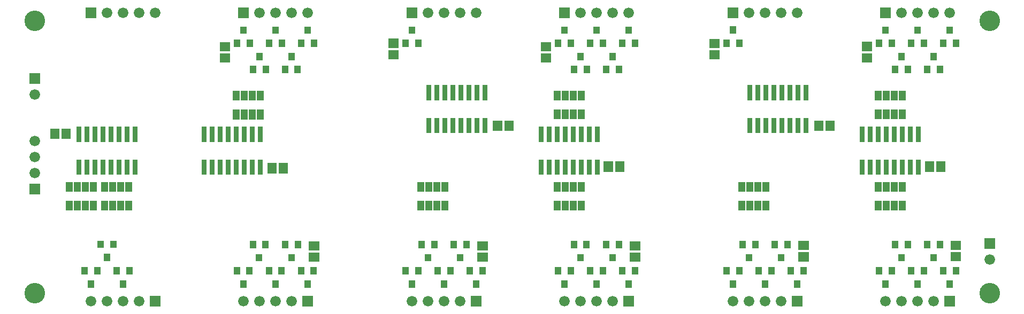
<source format=gbr>
G04 start of page 12 for group 2 layer_idx 0 *
G04 Title: (unknown), top_mask *
G04 Creator: pcb-rnd 1.2.7 *
G04 CreationDate: 2018-01-15 01:16:43 UTC *
G04 For: newell *
G04 Format: Gerber/RS-274X *
G04 PCB-Dimensions: 625000 200000 *
G04 PCB-Coordinate-Origin: lower left *
%MOIN*%
%FSLAX25Y25*%
%LNTOPMASK*%
%ADD70R,0.0420X0.0420*%
%ADD69R,0.0572X0.0572*%
%ADD68R,0.0400X0.0400*%
%ADD67R,0.0300X0.0300*%
%ADD66C,0.1281*%
%ADD65C,0.0660*%
%ADD64C,0.0001*%
G54D64*G36*
X381700Y13300D02*Y6700D01*
X388300D01*
Y13300D01*
X381700D01*
G37*
G54D65*X375000Y10000D03*
X365000D03*
X355000D03*
X345000D03*
G54D64*G36*
X286700Y13300D02*Y6700D01*
X293300D01*
Y13300D01*
X286700D01*
G37*
G54D65*X290000Y190000D03*
X280000Y10000D03*
Y190000D03*
X270000Y10000D03*
X260000D03*
X250000D03*
G54D64*G36*
X246700Y193300D02*Y186700D01*
X253300D01*
Y193300D01*
X246700D01*
G37*
G54D65*X260000Y190000D03*
X270000D03*
G54D64*G36*
X341700Y193300D02*Y186700D01*
X348300D01*
Y193300D01*
X341700D01*
G37*
G54D65*X355000Y190000D03*
X365000D03*
X375000D03*
X385000D03*
G54D64*G36*
X11700Y83300D02*Y76700D01*
X18300D01*
Y83300D01*
X11700D01*
G37*
G54D65*X15000Y90000D03*
G54D66*Y15000D03*
G54D65*Y100000D03*
Y110000D03*
G54D66*Y185000D03*
G54D64*G36*
X11700Y152300D02*Y145700D01*
X18300D01*
Y152300D01*
X11700D01*
G37*
G54D65*X15000Y139000D03*
G54D66*X610000Y15000D03*
G54D64*G36*
X606700Y49300D02*Y42700D01*
X613300D01*
Y49300D01*
X606700D01*
G37*
G54D65*X610000Y36000D03*
G54D64*G36*
X486700Y13300D02*Y6700D01*
X493300D01*
Y13300D01*
X486700D01*
G37*
G54D65*X480000Y10000D03*
X470000D03*
X460000D03*
X450000D03*
G54D64*G36*
X581700Y13300D02*Y6700D01*
X588300D01*
Y13300D01*
X581700D01*
G37*
G54D65*X575000Y10000D03*
X565000D03*
X555000D03*
X545000D03*
G54D64*G36*
X141700Y193300D02*Y186700D01*
X148300D01*
Y193300D01*
X141700D01*
G37*
G54D65*X155000Y190000D03*
X165000D03*
X175000D03*
X185000D03*
G54D64*G36*
X46700Y193300D02*Y186700D01*
X53300D01*
Y193300D01*
X46700D01*
G37*
G54D65*X60000Y190000D03*
X70000D03*
X80000D03*
X90000D03*
G54D64*G36*
X446700Y193300D02*Y186700D01*
X453300D01*
Y193300D01*
X446700D01*
G37*
G54D65*X460000Y190000D03*
X470000D03*
X480000D03*
X490000D03*
G54D64*G36*
X181700Y13300D02*Y6700D01*
X188300D01*
Y13300D01*
X181700D01*
G37*
G54D65*X175000Y10000D03*
X165000D03*
X155000D03*
X145000D03*
G54D64*G36*
X86700Y13300D02*Y6700D01*
X93300D01*
Y13300D01*
X86700D01*
G37*
G54D65*X80000Y10000D03*
X70000D03*
X60000D03*
X50000D03*
G54D66*X610000Y185000D03*
G54D64*G36*
X541700Y193300D02*Y186700D01*
X548300D01*
Y193300D01*
X541700D01*
G37*
G54D65*X555000Y190000D03*
X565000D03*
X575000D03*
X585000D03*
G54D67*X295500Y143500D02*Y137000D01*
X290500Y143500D02*Y137000D01*
X285500Y143500D02*Y137000D01*
X280500Y143500D02*Y137000D01*
X275500Y143500D02*Y137000D01*
X270500Y143500D02*Y137000D01*
X265500Y143500D02*Y137000D01*
G54D68*X246100Y171300D02*Y170700D01*
G54D69*X238107Y163957D02*X238893D01*
X238107Y171043D02*X238893D01*
G54D68*X253900Y171300D02*Y170700D01*
X250000Y179500D02*Y178900D01*
G54D67*X260500Y143500D02*Y137000D01*
Y123000D02*Y116500D01*
X265500Y123000D02*Y116500D01*
X270500Y123000D02*Y116500D01*
X275500Y123000D02*Y116500D01*
X280500Y123000D02*Y116500D01*
X285500Y123000D02*Y116500D01*
X290500Y123000D02*Y116500D01*
X295500Y123000D02*Y116500D01*
G54D68*X273900Y29300D02*Y28700D01*
X266100Y29300D02*Y28700D01*
X349000Y29300D02*Y28700D01*
X341200Y29300D02*Y28700D01*
X293900Y29300D02*Y28700D01*
X286100Y29300D02*Y28700D01*
X345100Y21100D02*Y20500D01*
X290000Y21100D02*Y20500D01*
G54D70*X255500Y70550D02*Y68650D01*
Y82350D02*Y80450D01*
X260500Y70550D02*Y68650D01*
X265500Y70550D02*Y68650D01*
X270500Y70550D02*Y68650D01*
Y82350D02*Y80450D01*
X265500Y82350D02*Y80450D01*
X260500Y82350D02*Y80450D01*
G54D68*X283900Y45700D02*Y45100D01*
X276100Y45700D02*Y45100D01*
X280000Y37500D02*Y36900D01*
G54D69*X293693Y44500D02*X294479D01*
X293693Y37414D02*X294479D01*
G54D68*X178900Y45700D02*Y45100D01*
X175000Y37500D02*Y36900D01*
G54D69*X188607Y44543D02*X189393D01*
X188607Y37457D02*X189393D01*
G54D68*X171100Y45700D02*Y45100D01*
X168800Y29300D02*Y28700D01*
X158750Y45700D02*Y45100D01*
X150950Y45700D02*Y45100D01*
X154850Y37500D02*Y36900D01*
X148800Y29300D02*Y28700D01*
X141000Y29300D02*Y28700D01*
X144900Y21100D02*Y20500D01*
X161000Y29300D02*Y28700D01*
X164900Y21100D02*Y20500D01*
X181000Y29300D02*Y28700D01*
X188800Y29300D02*Y28700D01*
X253900Y29300D02*Y28700D01*
X246100Y29300D02*Y28700D01*
X184900Y21100D02*Y20500D01*
X250000Y21100D02*Y20500D01*
X270000Y21100D02*Y20500D01*
X263900Y45700D02*Y45100D01*
X256100Y45700D02*Y45100D01*
X260000Y37500D02*Y36900D01*
X181100Y171300D02*Y170700D01*
X188900Y171300D02*Y170700D01*
X185000Y179500D02*Y178900D01*
G54D70*X155500Y139250D02*Y137350D01*
X150500Y139250D02*Y137350D01*
X145500Y139250D02*Y137350D01*
X140500Y139250D02*Y137350D01*
Y127450D02*Y125550D01*
X145500Y127450D02*Y125550D01*
X150500Y127450D02*Y125550D01*
X155500Y127450D02*Y125550D01*
G54D69*X170000Y93393D02*Y92607D01*
X162914Y93393D02*Y92607D01*
X133107Y161871D02*X133893D01*
X133107Y168957D02*X133893D01*
G54D68*X141200Y171300D02*Y170700D01*
X145100Y179500D02*Y178900D01*
X149000Y171300D02*Y170700D01*
X151100Y154900D02*Y154300D01*
X158900Y154900D02*Y154300D01*
X155000Y163100D02*Y162500D01*
X161100Y171300D02*Y170700D01*
X168900Y171300D02*Y170700D01*
X165000Y179500D02*Y178900D01*
X171000Y154900D02*Y154300D01*
X174900Y163100D02*Y162500D01*
X178800Y154900D02*Y154300D01*
G54D70*X36500Y70550D02*Y68650D01*
X41500Y70550D02*Y68650D01*
X46500Y70550D02*Y68650D01*
X51500Y70550D02*Y68650D01*
Y82350D02*Y80450D01*
X46500Y82350D02*Y80450D01*
X41500Y82350D02*Y80450D01*
X36500Y82350D02*Y80450D01*
X58500Y70550D02*Y68650D01*
Y82350D02*Y80450D01*
X63500Y70550D02*Y68650D01*
Y82350D02*Y80450D01*
X68500Y70550D02*Y68650D01*
X73500Y70550D02*Y68650D01*
Y82350D02*Y80450D01*
X68500Y82350D02*Y80450D01*
G54D69*X27457Y114893D02*Y114107D01*
X34543Y114893D02*Y114107D01*
G54D67*X155500Y117500D02*Y111000D01*
X150500Y117500D02*Y111000D01*
X145500Y117500D02*Y111000D01*
X140500Y117500D02*Y111000D01*
X135500Y117500D02*Y111000D01*
X130500Y117500D02*Y111000D01*
X125500Y117500D02*Y111000D01*
X120500Y117500D02*Y111000D01*
X42500Y97000D02*Y90500D01*
X47500Y97000D02*Y90500D01*
X52500Y97000D02*Y90500D01*
X57500Y97000D02*Y90500D01*
X62500Y97000D02*Y90500D01*
X67500Y97000D02*Y90500D01*
X72500Y97000D02*Y90500D01*
X77500Y97000D02*Y90500D01*
Y117500D02*Y111000D01*
X72500Y117500D02*Y111000D01*
X67500Y117500D02*Y111000D01*
X62500Y117500D02*Y111000D01*
X57500Y117500D02*Y111000D01*
X52500Y117500D02*Y111000D01*
X47500Y117500D02*Y111000D01*
X42500Y117500D02*Y111000D01*
G54D68*X63900Y45800D02*Y45200D01*
X56100Y45800D02*Y45200D01*
X60000Y37600D02*Y37000D01*
X73900Y29300D02*Y28700D01*
X66100Y29300D02*Y28700D01*
X70000Y21100D02*Y20500D01*
X54000Y29300D02*Y28700D01*
X46200Y29300D02*Y28700D01*
X50100Y21100D02*Y20500D01*
G54D67*X120500Y97000D02*Y90500D01*
X125500Y97000D02*Y90500D01*
X130500Y97000D02*Y90500D01*
X135500Y97000D02*Y90500D01*
X140500Y97000D02*Y90500D01*
X145500Y97000D02*Y90500D01*
X150500Y97000D02*Y90500D01*
X155500Y97000D02*Y90500D01*
G54D68*X446215Y171341D02*Y170741D01*
G54D69*X438154Y163910D02*X438940D01*
X438154Y170996D02*X438940D01*
G54D68*X454015Y171341D02*Y170741D01*
X450115Y179541D02*Y178941D01*
G54D67*X460500Y143500D02*Y137000D01*
Y123000D02*Y116500D01*
G54D68*X371100Y154900D02*Y154300D01*
X378900Y154900D02*Y154300D01*
X375000Y163100D02*Y162500D01*
G54D70*X355500Y139350D02*Y137450D01*
X350500Y139350D02*Y137450D01*
X345500Y139350D02*Y137450D01*
X340500Y139350D02*Y137450D01*
G54D69*X333107Y161914D02*X333893D01*
X333107Y169000D02*X333893D01*
G54D68*X351100Y154900D02*Y154300D01*
X358900Y154900D02*Y154300D01*
X355000Y163100D02*Y162500D01*
X361100Y171300D02*Y170700D01*
X368900Y171300D02*Y170700D01*
X381100Y171300D02*Y170700D01*
X388900Y171300D02*Y170700D01*
X341100Y171300D02*Y170700D01*
X348900Y171300D02*Y170700D01*
X365000Y179500D02*Y178900D01*
X385000Y179500D02*Y178900D01*
X345000Y179500D02*Y178900D01*
X561100Y171300D02*Y170700D01*
X541100Y171300D02*Y170700D01*
X548900Y171300D02*Y170700D01*
G54D69*X533107Y161957D02*X533893D01*
X533107Y169043D02*X533893D01*
G54D68*X568900Y171300D02*Y170700D01*
X571100Y154900D02*Y154300D01*
X578900Y154900D02*Y154300D01*
X575000Y163100D02*Y162500D01*
X581100Y171300D02*Y170700D01*
X588900Y171300D02*Y170700D01*
X565000Y179500D02*Y178900D01*
X545000Y179500D02*Y178900D01*
X585000Y179500D02*Y178900D01*
G54D70*X555500Y139350D02*Y137450D01*
Y127550D02*Y125650D01*
G54D68*X558900Y154900D02*Y154300D01*
X555000Y163100D02*Y162500D01*
G54D70*X550500Y139350D02*Y137450D01*
Y127550D02*Y125650D01*
G54D68*X551100Y154900D02*Y154300D01*
G54D70*X545500Y139350D02*Y137450D01*
X540500Y139350D02*Y137450D01*
Y127550D02*Y125650D01*
X545500Y127550D02*Y125650D01*
G54D67*X565500Y117500D02*Y111000D01*
X560500Y117500D02*Y111000D01*
X555500Y117500D02*Y111000D01*
X550500Y117500D02*Y111000D01*
X545500Y117500D02*Y111000D01*
X540500Y117500D02*Y111000D01*
X535500Y117500D02*Y111000D01*
X540500Y97000D02*Y90500D01*
X545500Y97000D02*Y90500D01*
X550500Y97000D02*Y90500D01*
X555500Y97000D02*Y90500D01*
X560500Y97000D02*Y90500D01*
X530500Y117500D02*Y111000D01*
Y97000D02*Y90500D01*
X535500Y97000D02*Y90500D01*
X495500Y143500D02*Y137000D01*
X490500Y143500D02*Y137000D01*
X485500Y143500D02*Y137000D01*
X480500Y143500D02*Y137000D01*
X475500Y143500D02*Y137000D01*
X470500Y143500D02*Y137000D01*
X465500Y143500D02*Y137000D01*
Y123000D02*Y116500D01*
X470500Y123000D02*Y116500D01*
X475500Y123000D02*Y116500D01*
X480500Y123000D02*Y116500D01*
X485500Y123000D02*Y116500D01*
X490500Y123000D02*Y116500D01*
X495500Y123000D02*Y116500D01*
G54D69*X510543Y119893D02*Y119107D01*
X503457Y119893D02*Y119107D01*
G54D67*X565500Y97000D02*Y90500D01*
G54D68*X568900Y29300D02*Y28700D01*
X561100Y29300D02*Y28700D01*
X565000Y21100D02*Y20500D01*
X558900Y45700D02*Y45100D01*
X571100Y45700D02*Y45100D01*
G54D69*X579543Y94393D02*Y93607D01*
X572457Y94393D02*Y93607D01*
G54D70*X540500Y70550D02*Y68650D01*
X545500Y70550D02*Y68650D01*
X550500Y70550D02*Y68650D01*
X555500Y70550D02*Y68650D01*
Y82350D02*Y80450D01*
X550500Y82350D02*Y80450D01*
X545500Y82350D02*Y80450D01*
X540500Y82350D02*Y80450D01*
G54D68*X473900Y29300D02*Y28700D01*
X466100Y29300D02*Y28700D01*
X470000Y21100D02*Y20500D01*
X588900Y29300D02*Y28700D01*
X581100Y29300D02*Y28700D01*
X585000Y21100D02*Y20500D01*
X548900Y29300D02*Y28700D01*
X541100Y29300D02*Y28700D01*
X545000Y21100D02*Y20500D01*
X551100Y45700D02*Y45100D01*
X555000Y37500D02*Y36900D01*
G54D69*X588435Y44857D02*X589221D01*
X588435Y37771D02*X589221D01*
G54D68*X578900Y45700D02*Y45100D01*
X575000Y37500D02*Y36900D01*
G54D70*X465500Y70550D02*Y68650D01*
X470500Y70550D02*Y68650D01*
Y82350D02*Y80450D01*
X465500Y82350D02*Y80450D01*
G54D68*X493900Y29300D02*Y28700D01*
X486100Y29300D02*Y28700D01*
X490000Y21100D02*Y20500D01*
X463900Y45700D02*Y45100D01*
X476100Y45700D02*Y45100D01*
G54D69*X493607Y44786D02*X494393D01*
X493607Y37700D02*X494393D01*
G54D68*X483900Y45700D02*Y45100D01*
X480000Y37500D02*Y36900D01*
G54D67*X365500Y117500D02*Y111000D01*
X360500Y117500D02*Y111000D01*
X355500Y117500D02*Y111000D01*
X350500Y117500D02*Y111000D01*
X340500Y117500D02*Y111000D01*
G54D70*Y127550D02*Y125650D01*
X345500Y127550D02*Y125650D01*
X350500Y127550D02*Y125650D01*
X355500Y127550D02*Y125650D01*
G54D69*X310500Y119893D02*Y119107D01*
G54D67*X335500Y117500D02*Y111000D01*
Y97000D02*Y90500D01*
X330500Y117500D02*Y111000D01*
Y97000D02*Y90500D01*
X340500Y97000D02*Y90500D01*
G54D70*Y70550D02*Y68650D01*
X345500Y70550D02*Y68650D01*
X350500Y70550D02*Y68650D01*
X355500Y70550D02*Y68650D01*
Y82350D02*Y80450D01*
X350500Y82350D02*Y80450D01*
X345500Y82350D02*Y80450D01*
X340500Y82350D02*Y80450D01*
G54D68*X368900Y29300D02*Y28700D01*
X361100Y29300D02*Y28700D01*
X365000Y21100D02*Y20500D01*
X358800Y45700D02*Y45100D01*
X378900Y45700D02*Y45100D01*
X371100Y45700D02*Y45100D01*
G54D69*X388607Y44543D02*X389393D01*
G54D68*X351000Y45700D02*Y45100D01*
X354900Y37500D02*Y36900D01*
X375000Y37500D02*Y36900D01*
G54D69*X388607Y37457D02*X389393D01*
G54D68*X388900Y29300D02*Y28700D01*
X381100Y29300D02*Y28700D01*
X385000Y21100D02*Y20500D01*
G54D70*X455500Y70550D02*Y68650D01*
X460500Y70550D02*Y68650D01*
Y82350D02*Y80450D01*
X455500Y82350D02*Y80450D01*
G54D68*X453900Y29300D02*Y28700D01*
X446100Y29300D02*Y28700D01*
X450000Y21100D02*Y20500D01*
X456100Y45700D02*Y45100D01*
X460000Y37500D02*Y36900D01*
G54D67*X345500Y117500D02*Y111000D01*
Y97000D02*Y90500D01*
X350500Y97000D02*Y90500D01*
G54D69*X303414Y119893D02*Y119107D01*
G54D67*X355500Y97000D02*Y90500D01*
X360500Y97000D02*Y90500D01*
X365500Y97000D02*Y90500D01*
G54D69*X379500Y94393D02*Y93607D01*
X372414Y94393D02*Y93607D01*
M02*

</source>
